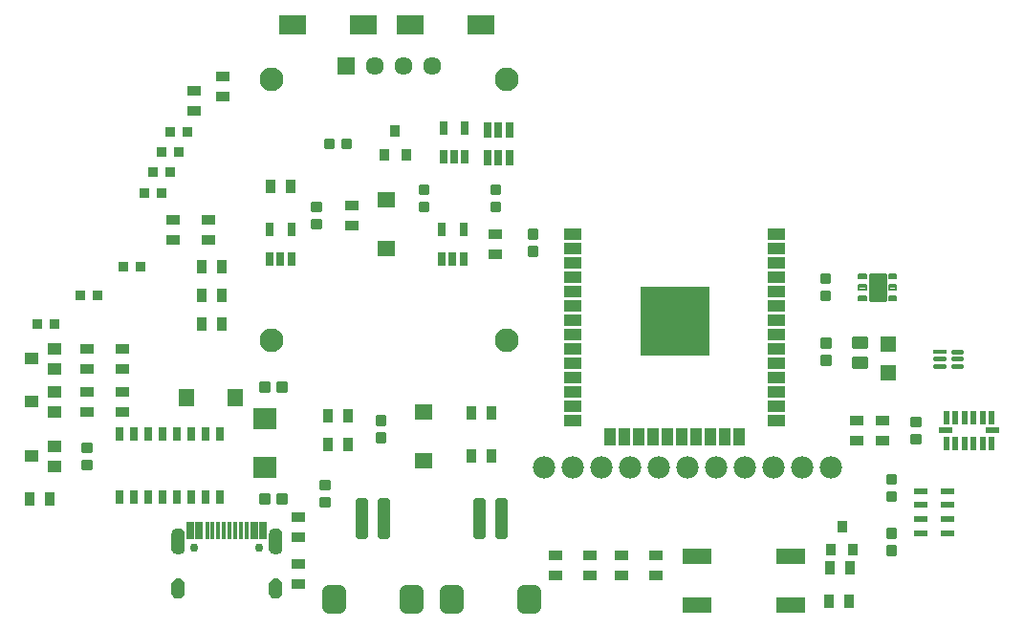
<source format=gts>
G04 EAGLE Gerber RS-274X export*
G75*
%MOMM*%
%FSLAX34Y34*%
%LPD*%
%INTop Solder Mask*%
%IPPOS*%
%AMOC8*
5,1,8,0,0,1.08239X$1,22.5*%
G01*
%ADD10C,0.326897*%
%ADD11C,0.193059*%
%ADD12C,0.256253*%
%ADD13R,1.151600X0.401600*%
%ADD14C,0.401600*%
%ADD15R,0.901600X0.901600*%
%ADD16R,1.301600X0.901600*%
%ADD17R,1.301600X0.601600*%
%ADD18R,1.371600X1.371600*%
%ADD19C,0.357631*%
%ADD20R,0.701600X1.301600*%
%ADD21R,1.601600X1.001600*%
%ADD22R,1.001600X1.601600*%
%ADD23R,6.101600X6.101600*%
%ADD24R,2.133600X1.879600*%
%ADD25R,1.244600X1.117600*%
%ADD26R,0.651600X1.301600*%
%ADD27R,0.901600X1.301600*%
%ADD28R,0.901600X1.001600*%
%ADD29R,1.371600X1.571600*%
%ADD30R,1.571600X1.371600*%
%ADD31R,2.641600X1.371600*%
%ADD32C,0.605878*%
%ADD33C,1.092831*%
%ADD34R,1.609600X1.609600*%
%ADD35C,1.609600*%
%ADD36C,2.101600*%
%ADD37R,0.601600X1.225400*%
%ADD38R,1.225400X0.601600*%
%ADD39C,1.981200*%
%ADD40R,0.660400X1.422400*%
%ADD41R,2.401600X1.701600*%
%ADD42R,0.401600X1.551600*%
%ADD43R,0.701600X1.551600*%
%ADD44R,0.651600X1.551600*%
%ADD45C,0.751600*%

G36*
X250859Y55583D02*
X250859Y55583D01*
X250865Y55589D01*
X250870Y55585D01*
X252100Y55950D01*
X252105Y55957D01*
X252110Y55955D01*
X253229Y56585D01*
X253232Y56592D01*
X253238Y56591D01*
X254188Y57454D01*
X254189Y57462D01*
X254195Y57462D01*
X254929Y58515D01*
X254929Y58523D01*
X254934Y58525D01*
X255416Y59715D01*
X255414Y59720D01*
X255418Y59723D01*
X255417Y59724D01*
X255419Y59725D01*
X255624Y60992D01*
X255621Y60997D01*
X255624Y61000D01*
X255624Y73000D01*
X255621Y73005D01*
X255624Y73007D01*
X255429Y74287D01*
X255423Y74293D01*
X255426Y74297D01*
X254951Y75501D01*
X254944Y75506D01*
X254946Y75511D01*
X254215Y76579D01*
X254208Y76582D01*
X254208Y76588D01*
X253258Y77467D01*
X253250Y77467D01*
X253249Y77473D01*
X252128Y78118D01*
X252119Y78117D01*
X252117Y78123D01*
X250880Y78502D01*
X250875Y78501D01*
X250872Y78501D01*
X250869Y78504D01*
X249579Y78599D01*
X249578Y78599D01*
X249572Y78599D01*
X248441Y78532D01*
X248436Y78527D01*
X248432Y78531D01*
X247335Y78244D01*
X247331Y78238D01*
X247326Y78241D01*
X246307Y77746D01*
X246304Y77740D01*
X246299Y77741D01*
X245396Y77057D01*
X245394Y77050D01*
X245389Y77050D01*
X244636Y76203D01*
X244636Y76196D01*
X244631Y76195D01*
X244058Y75218D01*
X244059Y75215D01*
X244058Y75214D01*
X244059Y75213D01*
X244059Y75211D01*
X244054Y75209D01*
X243683Y74138D01*
X243685Y74133D01*
X243682Y74131D01*
X243682Y74130D01*
X243681Y74129D01*
X243526Y73007D01*
X243529Y73002D01*
X243526Y73000D01*
X243526Y61000D01*
X243529Y60995D01*
X243526Y60992D01*
X243731Y59725D01*
X243737Y59719D01*
X243734Y59715D01*
X244216Y58525D01*
X244223Y58521D01*
X244221Y58515D01*
X244955Y57462D01*
X244963Y57460D01*
X244962Y57454D01*
X245912Y56591D01*
X245921Y56590D01*
X245921Y56585D01*
X247040Y55955D01*
X247048Y55956D01*
X247050Y55950D01*
X248280Y55585D01*
X248288Y55588D01*
X248291Y55583D01*
X249572Y55501D01*
X249576Y55504D01*
X249578Y55501D01*
X250859Y55583D01*
G37*
G36*
X164459Y55583D02*
X164459Y55583D01*
X164465Y55589D01*
X164470Y55585D01*
X165700Y55950D01*
X165705Y55957D01*
X165710Y55955D01*
X166829Y56585D01*
X166832Y56592D01*
X166838Y56591D01*
X167788Y57454D01*
X167789Y57462D01*
X167795Y57462D01*
X168529Y58515D01*
X168529Y58523D01*
X168534Y58525D01*
X169016Y59715D01*
X169014Y59720D01*
X169018Y59723D01*
X169017Y59724D01*
X169019Y59725D01*
X169224Y60992D01*
X169221Y60997D01*
X169224Y61000D01*
X169224Y73000D01*
X169221Y73005D01*
X169224Y73007D01*
X169029Y74287D01*
X169023Y74293D01*
X169026Y74297D01*
X168551Y75501D01*
X168544Y75506D01*
X168546Y75511D01*
X167815Y76579D01*
X167808Y76582D01*
X167808Y76588D01*
X166858Y77467D01*
X166850Y77467D01*
X166849Y77473D01*
X165728Y78118D01*
X165719Y78117D01*
X165717Y78123D01*
X164480Y78502D01*
X164475Y78501D01*
X164472Y78501D01*
X164469Y78504D01*
X163179Y78599D01*
X163178Y78599D01*
X163172Y78599D01*
X162041Y78532D01*
X162036Y78527D01*
X162032Y78531D01*
X160935Y78244D01*
X160931Y78238D01*
X160926Y78241D01*
X159907Y77746D01*
X159904Y77740D01*
X159899Y77741D01*
X158996Y77057D01*
X158994Y77050D01*
X158989Y77050D01*
X158236Y76203D01*
X158236Y76196D01*
X158231Y76195D01*
X157658Y75218D01*
X157659Y75215D01*
X157658Y75214D01*
X157659Y75213D01*
X157659Y75211D01*
X157654Y75209D01*
X157283Y74138D01*
X157285Y74133D01*
X157282Y74131D01*
X157282Y74130D01*
X157281Y74129D01*
X157126Y73007D01*
X157129Y73002D01*
X157126Y73000D01*
X157126Y61000D01*
X157129Y60995D01*
X157126Y60992D01*
X157331Y59725D01*
X157337Y59719D01*
X157334Y59715D01*
X157816Y58525D01*
X157823Y58521D01*
X157821Y58515D01*
X158555Y57462D01*
X158563Y57460D01*
X158562Y57454D01*
X159512Y56591D01*
X159521Y56590D01*
X159521Y56585D01*
X160640Y55955D01*
X160648Y55956D01*
X160650Y55950D01*
X161880Y55585D01*
X161888Y55588D01*
X161891Y55583D01*
X163172Y55501D01*
X163176Y55504D01*
X163178Y55501D01*
X164459Y55583D01*
G37*
G36*
X250746Y16311D02*
X250746Y16311D01*
X250751Y16316D01*
X250755Y16313D01*
X251878Y16648D01*
X251882Y16654D01*
X251886Y16652D01*
X252922Y17200D01*
X252925Y17206D01*
X252930Y17205D01*
X253838Y17944D01*
X253840Y17951D01*
X253845Y17951D01*
X254592Y18853D01*
X254592Y18861D01*
X254598Y18861D01*
X255154Y19892D01*
X255153Y19899D01*
X255158Y19901D01*
X255502Y21020D01*
X255500Y21027D01*
X255504Y21030D01*
X255624Y22195D01*
X255622Y22198D01*
X255624Y22200D01*
X255624Y28200D01*
X255622Y28203D01*
X255624Y28205D01*
X255513Y29381D01*
X255508Y29386D01*
X255511Y29390D01*
X255173Y30522D01*
X255167Y30526D01*
X255169Y30531D01*
X254617Y31575D01*
X254610Y31578D01*
X254612Y31583D01*
X253866Y32499D01*
X253859Y32500D01*
X253859Y32506D01*
X252950Y33259D01*
X252942Y33259D01*
X252942Y33264D01*
X251902Y33825D01*
X251895Y33824D01*
X251893Y33829D01*
X250764Y34176D01*
X250758Y34174D01*
X250755Y34178D01*
X249580Y34299D01*
X249573Y34295D01*
X249569Y34299D01*
X248229Y34142D01*
X248223Y34137D01*
X248218Y34140D01*
X246947Y33689D01*
X246942Y33682D01*
X246937Y33684D01*
X245798Y32962D01*
X245795Y32954D01*
X245789Y32955D01*
X244839Y31997D01*
X244838Y31989D01*
X244832Y31988D01*
X244119Y30843D01*
X244120Y30835D01*
X244114Y30833D01*
X243674Y29557D01*
X243676Y29550D01*
X243672Y29547D01*
X243526Y28205D01*
X243528Y28202D01*
X243526Y28200D01*
X243526Y22200D01*
X243528Y22197D01*
X243526Y22194D01*
X243681Y20865D01*
X243687Y20859D01*
X243684Y20855D01*
X244131Y19594D01*
X244138Y19589D01*
X244136Y19584D01*
X244853Y18454D01*
X244860Y18451D01*
X244859Y18445D01*
X245810Y17503D01*
X245818Y17502D01*
X245818Y17496D01*
X246954Y16789D01*
X246962Y16790D01*
X246964Y16784D01*
X248229Y16348D01*
X248234Y16349D01*
X248235Y16349D01*
X248238Y16349D01*
X248240Y16345D01*
X249570Y16201D01*
X249576Y16205D01*
X249580Y16201D01*
X250746Y16311D01*
G37*
G36*
X164346Y16311D02*
X164346Y16311D01*
X164351Y16316D01*
X164355Y16313D01*
X165478Y16648D01*
X165482Y16654D01*
X165486Y16652D01*
X166522Y17200D01*
X166525Y17206D01*
X166530Y17205D01*
X167438Y17944D01*
X167440Y17951D01*
X167445Y17951D01*
X168192Y18853D01*
X168192Y18861D01*
X168198Y18861D01*
X168754Y19892D01*
X168753Y19899D01*
X168758Y19901D01*
X169102Y21020D01*
X169100Y21027D01*
X169104Y21030D01*
X169224Y22195D01*
X169222Y22198D01*
X169224Y22200D01*
X169224Y28200D01*
X169222Y28203D01*
X169224Y28205D01*
X169113Y29381D01*
X169108Y29386D01*
X169111Y29390D01*
X168773Y30522D01*
X168767Y30526D01*
X168769Y30531D01*
X168217Y31575D01*
X168210Y31578D01*
X168212Y31583D01*
X167466Y32499D01*
X167459Y32500D01*
X167459Y32506D01*
X166550Y33259D01*
X166542Y33259D01*
X166542Y33264D01*
X165502Y33825D01*
X165495Y33824D01*
X165493Y33829D01*
X164364Y34176D01*
X164358Y34174D01*
X164355Y34178D01*
X163180Y34299D01*
X163173Y34295D01*
X163169Y34299D01*
X161829Y34142D01*
X161823Y34137D01*
X161818Y34140D01*
X160547Y33689D01*
X160542Y33682D01*
X160537Y33684D01*
X159398Y32962D01*
X159395Y32954D01*
X159389Y32955D01*
X158439Y31997D01*
X158438Y31989D01*
X158432Y31988D01*
X157719Y30843D01*
X157720Y30835D01*
X157714Y30833D01*
X157274Y29557D01*
X157276Y29550D01*
X157272Y29547D01*
X157126Y28205D01*
X157128Y28202D01*
X157126Y28200D01*
X157126Y22200D01*
X157128Y22197D01*
X157126Y22194D01*
X157281Y20865D01*
X157287Y20859D01*
X157284Y20855D01*
X157731Y19594D01*
X157738Y19589D01*
X157736Y19584D01*
X158453Y18454D01*
X158460Y18451D01*
X158459Y18445D01*
X159410Y17503D01*
X159418Y17502D01*
X159418Y17496D01*
X160554Y16789D01*
X160562Y16790D01*
X160564Y16784D01*
X161829Y16348D01*
X161834Y16349D01*
X161835Y16349D01*
X161838Y16349D01*
X161840Y16345D01*
X163170Y16201D01*
X163176Y16205D01*
X163180Y16201D01*
X164346Y16311D01*
G37*
D10*
X740149Y230269D02*
X740149Y223631D01*
X733511Y223631D01*
X733511Y230269D01*
X740149Y230269D01*
X740149Y226737D02*
X733511Y226737D01*
X733511Y229843D02*
X740149Y229843D01*
X740149Y238871D02*
X740149Y245509D01*
X740149Y238871D02*
X733511Y238871D01*
X733511Y245509D01*
X740149Y245509D01*
X740149Y241977D02*
X733511Y241977D01*
X733511Y245083D02*
X740149Y245083D01*
D11*
X766197Y300307D02*
X772283Y300307D01*
X766197Y300307D02*
X766197Y303893D01*
X772283Y303893D01*
X772283Y300307D01*
X772283Y302141D02*
X766197Y302141D01*
X766197Y290307D02*
X772283Y290307D01*
X766197Y290307D02*
X766197Y293893D01*
X772283Y293893D01*
X772283Y290307D01*
X772283Y292141D02*
X766197Y292141D01*
X766197Y280307D02*
X772283Y280307D01*
X766197Y280307D02*
X766197Y283893D01*
X772283Y283893D01*
X772283Y280307D01*
X772283Y282141D02*
X766197Y282141D01*
X793197Y280307D02*
X799283Y280307D01*
X793197Y280307D02*
X793197Y283893D01*
X799283Y283893D01*
X799283Y280307D01*
X799283Y282141D02*
X793197Y282141D01*
X793197Y290307D02*
X799283Y290307D01*
X793197Y290307D02*
X793197Y293893D01*
X799283Y293893D01*
X799283Y290307D01*
X799283Y292141D02*
X793197Y292141D01*
X793197Y300307D02*
X799283Y300307D01*
X793197Y300307D02*
X793197Y303893D01*
X799283Y303893D01*
X799283Y300307D01*
X799283Y302141D02*
X793197Y302141D01*
D12*
X789467Y280873D02*
X776013Y280873D01*
X776013Y303327D01*
X789467Y303327D01*
X789467Y280873D01*
X789467Y283308D02*
X776013Y283308D01*
X776013Y285743D02*
X789467Y285743D01*
X789467Y288178D02*
X776013Y288178D01*
X776013Y290613D02*
X789467Y290613D01*
X789467Y293048D02*
X776013Y293048D01*
X776013Y295483D02*
X789467Y295483D01*
X789467Y297918D02*
X776013Y297918D01*
X776013Y300353D02*
X789467Y300353D01*
X789467Y302788D02*
X776013Y302788D01*
D13*
X837550Y235100D03*
D14*
X833800Y228600D02*
X841300Y228600D01*
X841300Y222100D02*
X833800Y222100D01*
X849300Y222100D02*
X856800Y222100D01*
X856800Y228600D02*
X849300Y228600D01*
X849300Y235100D02*
X856800Y235100D01*
D15*
X148940Y411900D03*
X163940Y411900D03*
X141320Y393800D03*
X156320Y393800D03*
D16*
X787400Y174100D03*
X787400Y156100D03*
X764540Y174100D03*
X764540Y156100D03*
D15*
X133700Y375700D03*
X148700Y375700D03*
D17*
X820735Y111570D03*
X820735Y99070D03*
X820735Y86570D03*
X820735Y74070D03*
X844735Y111570D03*
X844735Y99070D03*
X844735Y86570D03*
X844735Y74070D03*
D10*
X798339Y61774D02*
X798339Y55136D01*
X791701Y55136D01*
X791701Y61774D01*
X798339Y61774D01*
X798339Y58242D02*
X791701Y58242D01*
X791701Y61348D02*
X798339Y61348D01*
X798339Y70376D02*
X798339Y77014D01*
X798339Y70376D02*
X791701Y70376D01*
X791701Y77014D01*
X798339Y77014D01*
X798339Y73482D02*
X791701Y73482D01*
X791701Y76588D02*
X798339Y76588D01*
D18*
X792480Y241300D03*
X792480Y215900D03*
D19*
X761375Y238770D02*
X761375Y246370D01*
X772785Y246370D01*
X772785Y238770D01*
X761375Y238770D01*
X761375Y242167D02*
X772785Y242167D01*
X772785Y245564D02*
X761375Y245564D01*
X761375Y228590D02*
X761375Y220990D01*
X761375Y228590D02*
X772785Y228590D01*
X772785Y220990D01*
X761375Y220990D01*
X761375Y224387D02*
X772785Y224387D01*
X772785Y227784D02*
X761375Y227784D01*
D15*
X156560Y430000D03*
X171560Y430000D03*
D20*
X111125Y105985D03*
X123825Y105985D03*
X136525Y105985D03*
X149225Y105985D03*
X161925Y105985D03*
X174625Y105985D03*
X187325Y105985D03*
X200025Y105985D03*
X200025Y161985D03*
X187325Y161985D03*
X174625Y161985D03*
X161925Y161985D03*
X149225Y161985D03*
X136525Y161985D03*
X123825Y161985D03*
X111125Y161985D03*
D21*
X513098Y339230D03*
X513098Y326530D03*
X513098Y313830D03*
X513098Y301130D03*
X513098Y288430D03*
X513098Y275730D03*
X513098Y263030D03*
X513098Y250330D03*
X513098Y237630D03*
X513098Y224930D03*
X513098Y212230D03*
X513098Y199530D03*
X513098Y186830D03*
X513098Y174130D03*
D22*
X545948Y159230D03*
X558648Y159230D03*
X571348Y159230D03*
X584048Y159230D03*
X596748Y159230D03*
X609448Y159230D03*
X622148Y159230D03*
X634848Y159230D03*
X647548Y159230D03*
X660248Y159230D03*
D21*
X693098Y174130D03*
X693098Y186830D03*
X693098Y199530D03*
X693098Y212230D03*
X693098Y224930D03*
X693098Y237630D03*
X693098Y250330D03*
X693098Y263030D03*
X693098Y275730D03*
X693098Y288430D03*
X693098Y301130D03*
X693098Y313830D03*
X693098Y326530D03*
X693098Y339230D03*
D23*
X603098Y262230D03*
D24*
X240030Y132715D03*
X240030Y175895D03*
D10*
X251951Y207154D02*
X258589Y207154D01*
X258589Y200516D01*
X251951Y200516D01*
X251951Y207154D01*
X251951Y203622D02*
X258589Y203622D01*
X258589Y206728D02*
X251951Y206728D01*
X243349Y207154D02*
X236711Y207154D01*
X243349Y207154D02*
X243349Y200516D01*
X236711Y200516D01*
X236711Y207154D01*
X236711Y203622D02*
X243349Y203622D01*
X243349Y206728D02*
X236711Y206728D01*
X251951Y108094D02*
X258589Y108094D01*
X258589Y101456D01*
X251951Y101456D01*
X251951Y108094D01*
X251951Y104562D02*
X258589Y104562D01*
X258589Y107668D02*
X251951Y107668D01*
X243349Y108094D02*
X236711Y108094D01*
X243349Y108094D02*
X243349Y101456D01*
X236711Y101456D01*
X236711Y108094D01*
X236711Y104562D02*
X243349Y104562D01*
X243349Y107668D02*
X236711Y107668D01*
X85869Y131301D02*
X85869Y137939D01*
X85869Y131301D02*
X79231Y131301D01*
X79231Y137939D01*
X85869Y137939D01*
X85869Y134407D02*
X79231Y134407D01*
X79231Y137513D02*
X85869Y137513D01*
X85869Y146541D02*
X85869Y153179D01*
X85869Y146541D02*
X79231Y146541D01*
X79231Y153179D01*
X85869Y153179D01*
X85869Y149647D02*
X79231Y149647D01*
X79231Y152753D02*
X85869Y152753D01*
D25*
X33655Y190500D03*
X53975Y199390D03*
X53975Y181610D03*
X33655Y228600D03*
X53975Y237490D03*
X53975Y219710D03*
D10*
X474201Y335771D02*
X474201Y342409D01*
X480839Y342409D01*
X480839Y335771D01*
X474201Y335771D01*
X474201Y338877D02*
X480839Y338877D01*
X480839Y341983D02*
X474201Y341983D01*
X474201Y327169D02*
X474201Y320531D01*
X474201Y327169D02*
X480839Y327169D01*
X480839Y320531D01*
X474201Y320531D01*
X474201Y323637D02*
X480839Y323637D01*
X480839Y326743D02*
X474201Y326743D01*
D16*
X177800Y466200D03*
X177800Y448200D03*
X203200Y478900D03*
X203200Y460900D03*
X158750Y333900D03*
X158750Y351900D03*
X190500Y333900D03*
X190500Y351900D03*
X586740Y36720D03*
X586740Y54720D03*
X528320Y36720D03*
X528320Y54720D03*
X556260Y54720D03*
X556260Y36720D03*
X497840Y54720D03*
X497840Y36720D03*
D26*
X398170Y407369D03*
X407670Y407369D03*
X417170Y407369D03*
X417170Y433371D03*
X398170Y433371D03*
X244500Y317199D03*
X254000Y317199D03*
X263500Y317199D03*
X263500Y343201D03*
X244500Y343201D03*
D10*
X296689Y104919D02*
X296689Y98281D01*
X290051Y98281D01*
X290051Y104919D01*
X296689Y104919D01*
X296689Y101387D02*
X290051Y101387D01*
X290051Y104493D02*
X296689Y104493D01*
X296689Y113521D02*
X296689Y120159D01*
X296689Y113521D02*
X290051Y113521D01*
X290051Y120159D01*
X296689Y120159D01*
X296689Y116627D02*
X290051Y116627D01*
X290051Y119733D02*
X296689Y119733D01*
D27*
X184040Y309880D03*
X202040Y309880D03*
X263000Y381000D03*
X245000Y381000D03*
D10*
X282431Y366539D02*
X282431Y359901D01*
X282431Y366539D02*
X289069Y366539D01*
X289069Y359901D01*
X282431Y359901D01*
X282431Y363007D02*
X289069Y363007D01*
X289069Y366113D02*
X282431Y366113D01*
X282431Y351299D02*
X282431Y344661D01*
X282431Y351299D02*
X289069Y351299D01*
X289069Y344661D01*
X282431Y344661D01*
X282431Y347767D02*
X289069Y347767D01*
X289069Y350873D02*
X282431Y350873D01*
X447819Y359901D02*
X447819Y366539D01*
X447819Y359901D02*
X441181Y359901D01*
X441181Y366539D01*
X447819Y366539D01*
X447819Y363007D02*
X441181Y363007D01*
X441181Y366113D02*
X447819Y366113D01*
X447819Y375141D02*
X447819Y381779D01*
X447819Y375141D02*
X441181Y375141D01*
X441181Y381779D01*
X447819Y381779D01*
X447819Y378247D02*
X441181Y378247D01*
X441181Y381353D02*
X447819Y381353D01*
X377681Y381779D02*
X377681Y375141D01*
X377681Y381779D02*
X384319Y381779D01*
X384319Y375141D01*
X377681Y375141D01*
X377681Y378247D02*
X384319Y378247D01*
X384319Y381353D02*
X377681Y381353D01*
X377681Y366539D02*
X377681Y359901D01*
X377681Y366539D02*
X384319Y366539D01*
X384319Y359901D01*
X377681Y359901D01*
X377681Y363007D02*
X384319Y363007D01*
X384319Y366113D02*
X377681Y366113D01*
D16*
X317500Y364600D03*
X317500Y346600D03*
D28*
X346100Y409100D03*
X365100Y409100D03*
X355600Y430100D03*
D27*
X184040Y259080D03*
X202040Y259080D03*
D15*
X53625Y259150D03*
X38625Y259150D03*
D27*
X295800Y152400D03*
X313800Y152400D03*
X313800Y177800D03*
X295800Y177800D03*
D29*
X213905Y194310D03*
X170905Y194310D03*
D30*
X381000Y138520D03*
X381000Y181520D03*
D26*
X396900Y317199D03*
X406400Y317199D03*
X415900Y317199D03*
X415900Y343201D03*
X396900Y343201D03*
D10*
X315739Y422419D02*
X309101Y422419D01*
X315739Y422419D02*
X315739Y415781D01*
X309101Y415781D01*
X309101Y422419D01*
X309101Y418887D02*
X315739Y418887D01*
X315739Y421993D02*
X309101Y421993D01*
X300499Y422419D02*
X293861Y422419D01*
X300499Y422419D02*
X300499Y415781D01*
X293861Y415781D01*
X293861Y422419D01*
X293861Y418887D02*
X300499Y418887D01*
X300499Y421993D02*
X293861Y421993D01*
D27*
X184040Y284480D03*
X202040Y284480D03*
D15*
X91725Y284550D03*
X76725Y284550D03*
D30*
X347980Y369480D03*
X347980Y326480D03*
D31*
X622869Y53492D03*
X622869Y10312D03*
X705449Y10312D03*
X705449Y53492D03*
D16*
X444500Y339200D03*
X444500Y321200D03*
D25*
X33655Y142240D03*
X53975Y151130D03*
X53975Y133350D03*
D27*
X422800Y142240D03*
X440800Y142240D03*
X440800Y180340D03*
X422800Y180340D03*
D32*
X327759Y103109D02*
X327759Y72151D01*
X322801Y72151D01*
X322801Y103109D01*
X327759Y103109D01*
X327759Y77907D02*
X322801Y77907D01*
X322801Y83663D02*
X327759Y83663D01*
X327759Y89419D02*
X322801Y89419D01*
X322801Y95175D02*
X327759Y95175D01*
X327759Y100931D02*
X322801Y100931D01*
X347759Y103109D02*
X347759Y72151D01*
X342801Y72151D01*
X342801Y103109D01*
X347759Y103109D01*
X347759Y77907D02*
X342801Y77907D01*
X342801Y83663D02*
X347759Y83663D01*
X347759Y89419D02*
X342801Y89419D01*
X342801Y95175D02*
X347759Y95175D01*
X347759Y100931D02*
X342801Y100931D01*
D33*
X306324Y23334D02*
X306324Y9246D01*
X296236Y9246D01*
X296236Y23334D01*
X306324Y23334D01*
X306324Y19628D02*
X296236Y19628D01*
X374324Y23334D02*
X374324Y9246D01*
X364236Y9246D01*
X364236Y23334D01*
X374324Y23334D01*
X374324Y19628D02*
X364236Y19628D01*
D32*
X431899Y72151D02*
X431899Y103109D01*
X431899Y72151D02*
X426941Y72151D01*
X426941Y103109D01*
X431899Y103109D01*
X431899Y77907D02*
X426941Y77907D01*
X426941Y83663D02*
X431899Y83663D01*
X431899Y89419D02*
X426941Y89419D01*
X426941Y95175D02*
X431899Y95175D01*
X431899Y100931D02*
X426941Y100931D01*
X451899Y103109D02*
X451899Y72151D01*
X446941Y72151D01*
X446941Y103109D01*
X451899Y103109D01*
X451899Y77907D02*
X446941Y77907D01*
X446941Y83663D02*
X451899Y83663D01*
X451899Y89419D02*
X446941Y89419D01*
X446941Y95175D02*
X451899Y95175D01*
X451899Y100931D02*
X446941Y100931D01*
D33*
X410464Y23334D02*
X410464Y9246D01*
X400376Y9246D01*
X400376Y23334D01*
X410464Y23334D01*
X410464Y19628D02*
X400376Y19628D01*
X478464Y23334D02*
X478464Y9246D01*
X468376Y9246D01*
X468376Y23334D01*
X478464Y23334D01*
X478464Y19628D02*
X468376Y19628D01*
D10*
X339581Y170671D02*
X339581Y177309D01*
X346219Y177309D01*
X346219Y170671D01*
X339581Y170671D01*
X339581Y173777D02*
X346219Y173777D01*
X346219Y176883D02*
X339581Y176883D01*
X339581Y162069D02*
X339581Y155431D01*
X339581Y162069D02*
X346219Y162069D01*
X346219Y155431D01*
X339581Y155431D01*
X339581Y158537D02*
X346219Y158537D01*
X346219Y161643D02*
X339581Y161643D01*
D28*
X751027Y80291D03*
X760527Y59291D03*
X741527Y59291D03*
D27*
X757589Y13716D03*
X739589Y13716D03*
D34*
X312420Y487680D03*
D35*
X337820Y487680D03*
X363220Y487680D03*
X388620Y487680D03*
D36*
X246380Y476250D03*
X454660Y476250D03*
X454660Y245110D03*
X246380Y245110D03*
D27*
X49640Y104775D03*
X31640Y104775D03*
D16*
X114300Y199500D03*
X114300Y181500D03*
X114300Y237600D03*
X114300Y219600D03*
X82550Y237600D03*
X82550Y219600D03*
X82550Y181500D03*
X82550Y199500D03*
D27*
X740300Y43180D03*
X758300Y43180D03*
D37*
X883600Y153719D03*
X875600Y153719D03*
X867600Y153719D03*
X859600Y153719D03*
X851600Y153719D03*
X843600Y153719D03*
D38*
X842600Y165100D03*
D37*
X843600Y176481D03*
X851600Y176481D03*
X859600Y176481D03*
X867600Y176481D03*
X875600Y176481D03*
X883600Y176405D03*
D38*
X884600Y165100D03*
D10*
X819929Y160799D02*
X819929Y154161D01*
X813291Y154161D01*
X813291Y160799D01*
X819929Y160799D01*
X819929Y157267D02*
X813291Y157267D01*
X813291Y160373D02*
X819929Y160373D01*
X819929Y169401D02*
X819929Y176039D01*
X819929Y169401D02*
X813291Y169401D01*
X813291Y176039D01*
X819929Y176039D01*
X819929Y172507D02*
X813291Y172507D01*
X813291Y175613D02*
X819929Y175613D01*
X798339Y109999D02*
X798339Y103361D01*
X791701Y103361D01*
X791701Y109999D01*
X798339Y109999D01*
X798339Y106467D02*
X791701Y106467D01*
X791701Y109573D02*
X798339Y109573D01*
X798339Y118601D02*
X798339Y125239D01*
X798339Y118601D02*
X791701Y118601D01*
X791701Y125239D01*
X798339Y125239D01*
X798339Y121707D02*
X791701Y121707D01*
X791701Y124813D02*
X798339Y124813D01*
X739919Y281161D02*
X739919Y287799D01*
X739919Y281161D02*
X733281Y281161D01*
X733281Y287799D01*
X739919Y287799D01*
X739919Y284267D02*
X733281Y284267D01*
X733281Y287373D02*
X739919Y287373D01*
X739919Y296401D02*
X739919Y303039D01*
X739919Y296401D02*
X733281Y296401D01*
X733281Y303039D01*
X739919Y303039D01*
X739919Y299507D02*
X733281Y299507D01*
X733281Y302613D02*
X739919Y302613D01*
D15*
X129825Y309950D03*
X114825Y309950D03*
D39*
X487680Y132080D03*
X513080Y132080D03*
X538480Y132080D03*
X563880Y132080D03*
X589280Y132080D03*
X614680Y132080D03*
X640080Y132080D03*
X665480Y132080D03*
X690880Y132080D03*
X716280Y132080D03*
X741680Y132080D03*
D40*
X437642Y407162D03*
X447040Y407162D03*
X456438Y407162D03*
X456438Y431038D03*
X447040Y431038D03*
X437642Y431038D03*
D41*
X327410Y524510D03*
X264410Y524510D03*
X368550Y524510D03*
X431550Y524510D03*
D16*
X269875Y70375D03*
X269875Y88375D03*
X269875Y47100D03*
X269875Y29100D03*
D42*
X193875Y76200D03*
X203875Y76200D03*
X208875Y76200D03*
X218875Y76200D03*
X223875Y76200D03*
X213875Y76200D03*
X198875Y76200D03*
X188875Y76200D03*
D43*
X174125Y76200D03*
X238625Y76200D03*
D44*
X181875Y76200D03*
X230875Y76200D03*
D45*
X177475Y61750D03*
X235275Y61750D03*
M02*

</source>
